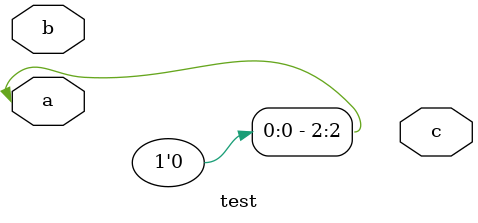
<source format=v>
module test (a, b, c);
 input [7:0] a, b;
 output [7:0] c;
 reg [7:0] c;
 wire [7:0] a;
 assign a[2] = 0; //warning on "a[2]", input signal is assigned
// always @(a)
  // c = b;
endmodule


</source>
